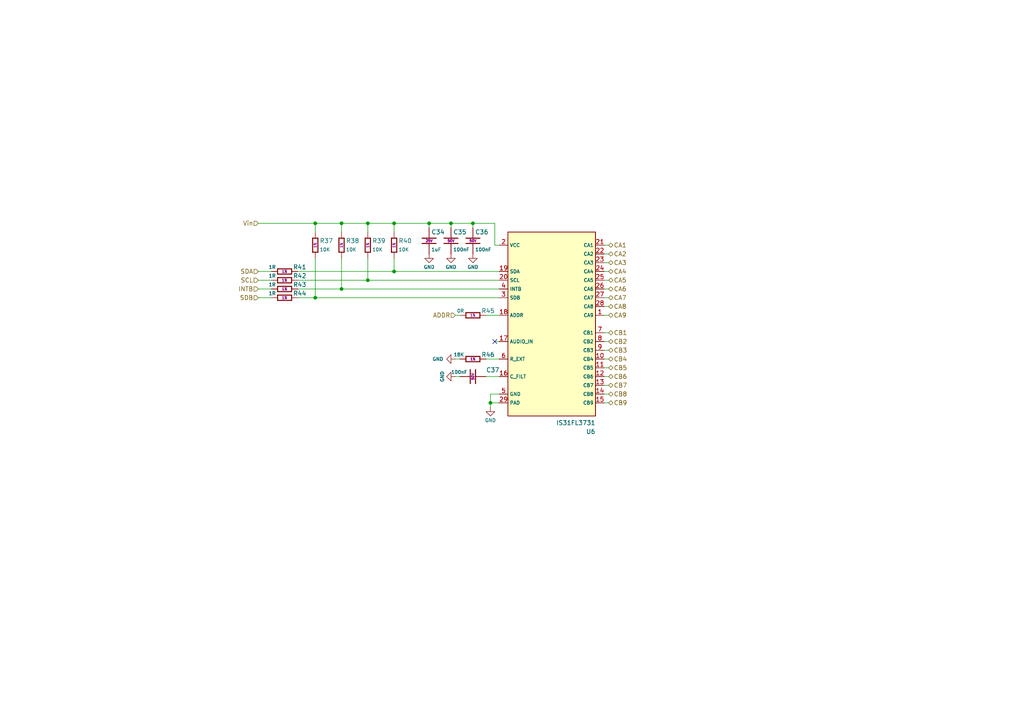
<source format=kicad_sch>
(kicad_sch (version 20211123) (generator eeschema)
  (paper "A4")
  (lib_symbols
    (symbol "CoE_Capacitor:100nF" (pin_numbers hide) (pin_names (offset 0.254) hide)
      (property "Reference" "C" (at 0.635 2.54 0))
      (property "Value" "100nF" (at 0.635 -2.54 0))
      (property "Voltage" "50V" (at 0 0 0))
      (symbol "100nF_1_1"
        (polyline (pts (xy -2.032 -0.762) (xy 2.032 -0.762)) (stroke (width 0.3048)) (fill (type outline)))
        (polyline (pts (xy -2.032 0.762) (xy 2.032 0.762)) (stroke (width 0.3048)) (fill (type outline)))
        (pin passive line (at 0 3.81 270) (length 2.9972) (name "~") (number "1"))
        (pin passive line (at 0 -3.81 90) (length 2.9972) (name "~") (number "2"))
      )
    )
    (symbol "CoE_Capacitor:1uF" (pin_numbers hide) (pin_names (offset 0.254) hide)
      (property "Reference" "C" (at 0.635 2.54 0))
      (property "Value" "1uF" (at 0.635 -2.54 0))
      (property "Voltage" "25V" (at 0 0 0))
      (symbol "1uF_1_1"
        (polyline (pts (xy -2.032 -0.762) (xy 2.032 -0.762)) (stroke (width 0.3048)) (fill (type outline)))
        (polyline (pts (xy -2.032 0.762) (xy 2.032 0.762)) (stroke (width 0.3048)) (fill (type outline)))
        (pin passive line (at 0 3.81 270) (length 2.9972) (name "~") (number "1"))
        (pin passive line (at 0 -3.81 90) (length 2.9972) (name "~") (number "2"))
      )
    )
    (symbol "CoE_IntegratedCircuit:IS31FL3731"
      (property "Reference" "U" (at 25.4 -53.34 0))
      (property "Value" "IS31FL3731" (at 25.4 -50.8 0))
      (property "Manufacturer Part #" "IS31FL3731-QFLS2-TR" (at 0 0 0))
      (property "JLCPCB Part #" "C191206" (at 0 0 0))
      (symbol "IS31FL3731_0_1"
        (rectangle (start 0 3.81) (end 25.4 -49.53) (stroke (width 0.254)) (fill (type background)))
      )
      (symbol "IS31FL3731_1_1"
        (pin passive line (at 27.94 -20.32 180) (length 2.54) (name "CA9") (number "1"))
        (pin passive line (at 27.94 -33.02 180) (length 2.54) (name "CB4") (number "10"))
        (pin passive line (at 27.94 -35.56 180) (length 2.54) (name "CB5") (number "11"))
        (pin passive line (at 27.94 -38.1 180) (length 2.54) (name "CB6") (number "12"))
        (pin passive line (at 27.94 -40.64 180) (length 2.54) (name "CB7") (number "13"))
        (pin passive line (at 27.94 -43.18 180) (length 2.54) (name "CB8") (number "14"))
        (pin passive line (at 27.94 -45.72 180) (length 2.54) (name "CB9") (number "15"))
        (pin input line (at -2.54 -38.1 0) (length 2.54) (name "C_FILT") (number "16"))
        (pin passive line (at -2.54 -27.94 0) (length 2.54) (name "AUDIO_IN") (number "17"))
        (pin input line (at -2.54 -20.32 0) (length 2.54) (name "ADDR") (number "18"))
        (pin bidirectional line (at -2.54 -7.62 0) (length 2.54) (name "SDA") (number "19"))
        (pin power_in line (at -2.54 0 0) (length 2.54) (name "VCC") (number "2"))
        (pin input line (at -2.54 -10.16 0) (length 2.54) (name "SCL") (number "20"))
        (pin passive line (at 27.94 0 180) (length 2.54) (name "CA1") (number "21"))
        (pin passive line (at 27.94 -2.54 180) (length 2.54) (name "CA2") (number "22"))
        (pin passive line (at 27.94 -5.08 180) (length 2.54) (name "CA3") (number "23"))
        (pin passive line (at 27.94 -7.62 180) (length 2.54) (name "CA4") (number "24"))
        (pin passive line (at 27.94 -10.16 180) (length 2.54) (name "CA5") (number "25"))
        (pin passive line (at 27.94 -12.7 180) (length 2.54) (name "CA6") (number "26"))
        (pin passive line (at 27.94 -15.24 180) (length 2.54) (name "CA7") (number "27"))
        (pin passive line (at 27.94 -17.78 180) (length 2.54) (name "CA8") (number "28"))
        (pin power_in line (at -2.54 -45.72 0) (length 2.54) (name "PAD") (number "29"))
        (pin input line (at -2.54 -15.24 0) (length 2.54) (name "SDB") (number "3"))
        (pin input line (at -2.54 -12.7 0) (length 2.54) (name "INTB") (number "4"))
        (pin power_in line (at -2.54 -43.18 0) (length 2.54) (name "GND") (number "5"))
        (pin passive line (at -2.54 -33.02 0) (length 2.54) (name "R_EXT") (number "6"))
        (pin passive line (at 27.94 -25.4 180) (length 2.54) (name "CB1") (number "7"))
        (pin passive line (at 27.94 -27.94 180) (length 2.54) (name "CB2") (number "8"))
        (pin passive line (at 27.94 -30.48 180) (length 2.54) (name "CB3") (number "9"))
      )
    )
    (symbol "CoE_Resistor:0R" (pin_numbers hide) (pin_names (offset 0.254) hide)
      (property "Reference" "R" (at 1.27 1.27 0))
      (property "Value" "0R" (at 1.27 -1.27 0))
      (property "Tolerance" "1%" (at 0 0 90))
      (symbol "0R_1_1"
        (polyline (pts (xy -0.762 -2.032) (xy -0.762 2.032)) (stroke (width 0.3048)) (fill (type outline)))
        (polyline (pts (xy 0.762 -2.032) (xy -0.762 -2.032)) (stroke (width 0.3048)) (fill (type outline)))
        (polyline (pts (xy 0.762 -2.032) (xy 0.762 2.032)) (stroke (width 0.3048)) (fill (type outline)))
        (polyline (pts (xy 0.762 2.032) (xy -0.762 2.032)) (stroke (width 0.3048)) (fill (type outline)))
        (pin passive line (at 0 3.81 270) (length 1.6002) (name "~") (number "1"))
        (pin passive line (at 0 -3.81 90) (length 1.6002) (name "~") (number "2"))
      )
    )
    (symbol "CoE_Resistor:10K" (pin_numbers hide) (pin_names (offset 0.254) hide)
      (property "Reference" "R" (at 1.27 1.27 0))
      (property "Value" "10K" (at 1.27 -1.27 0))
      (property "Tolerance" "1%" (at 0 0 90))
      (symbol "10K_1_1"
        (polyline (pts (xy -0.762 -2.032) (xy -0.762 2.032)) (stroke (width 0.3048)) (fill (type outline)))
        (polyline (pts (xy 0.762 -2.032) (xy -0.762 -2.032)) (stroke (width 0.3048)) (fill (type outline)))
        (polyline (pts (xy 0.762 -2.032) (xy 0.762 2.032)) (stroke (width 0.3048)) (fill (type outline)))
        (polyline (pts (xy 0.762 2.032) (xy -0.762 2.032)) (stroke (width 0.3048)) (fill (type outline)))
        (pin passive line (at 0 3.81 270) (length 1.6002) (name "~") (number "1"))
        (pin passive line (at 0 -3.81 90) (length 1.6002) (name "~") (number "2"))
      )
    )
    (symbol "CoE_Resistor:18K" (pin_numbers hide) (pin_names (offset 0.254) hide)
      (property "Reference" "R" (at 1.27 1.27 0))
      (property "Value" "18K" (at 1.27 -1.27 0))
      (property "Tolerance" "1%" (at 0 0 90))
      (symbol "18K_1_1"
        (polyline (pts (xy -0.762 -2.032) (xy -0.762 2.032)) (stroke (width 0.3048)) (fill (type outline)))
        (polyline (pts (xy 0.762 -2.032) (xy -0.762 -2.032)) (stroke (width 0.3048)) (fill (type outline)))
        (polyline (pts (xy 0.762 -2.032) (xy 0.762 2.032)) (stroke (width 0.3048)) (fill (type outline)))
        (polyline (pts (xy 0.762 2.032) (xy -0.762 2.032)) (stroke (width 0.3048)) (fill (type outline)))
        (pin passive line (at 0 3.81 270) (length 1.6002) (name "~") (number "1"))
        (pin passive line (at 0 -3.81 90) (length 1.6002) (name "~") (number "2"))
      )
    )
    (symbol "CoE_Resistor:1R" (pin_numbers hide) (pin_names (offset 0.254) hide)
      (property "Reference" "R" (at 1.27 1.27 0))
      (property "Value" "1R" (at 1.27 -1.27 0))
      (property "Tolerance" "1%" (at 0 0 90))
      (symbol "1R_1_1"
        (polyline (pts (xy -0.762 -2.032) (xy -0.762 2.032)) (stroke (width 0.3048)) (fill (type outline)))
        (polyline (pts (xy 0.762 -2.032) (xy -0.762 -2.032)) (stroke (width 0.3048)) (fill (type outline)))
        (polyline (pts (xy 0.762 -2.032) (xy 0.762 2.032)) (stroke (width 0.3048)) (fill (type outline)))
        (polyline (pts (xy 0.762 2.032) (xy -0.762 2.032)) (stroke (width 0.3048)) (fill (type outline)))
        (pin passive line (at 0 3.81 270) (length 1.6002) (name "~") (number "1"))
        (pin passive line (at 0 -3.81 90) (length 1.6002) (name "~") (number "2"))
      )
    )
    (symbol "power:GND" (power) (pin_names (offset 0))
      (property "Value" "GND" (at 0 -3.81 0))
      (symbol "GND_0_1"
        (polyline (pts (xy 0 0) (xy 0 -1.27) (xy 1.27 -1.27) (xy 0 -2.54) (xy -1.27 -1.27) (xy 0 -1.27)))
      )
      (symbol "GND_1_1"
        (pin power_in line (at 0 0 270) (length 0) hide (name "GND") (number "1"))
      )
    )
  )
  (junction (at 91.44 64.77))
  (junction (at 106.68 81.28))
  (junction (at 114.3 78.74))
  (junction (at 124.46 64.77))
  (junction (at 91.44 86.36))
  (junction (at 106.68 64.77))
  (junction (at 99.06 64.77))
  (junction (at 114.3 64.77))
  (junction (at 142.24 116.84))
  (junction (at 99.06 83.82))
  (junction (at 137.16 64.77))
  (junction (at 130.81 64.77))
  (no_connect (at 143.51 99.06))
  (wire (pts (xy 140.97 91.44) (xy 144.78 91.44)))
  (wire (pts (xy 142.24 118.11) (xy 142.24 116.84)))
  (wire (pts (xy 175.26 83.82) (xy 176.53 83.82)))
  (wire (pts (xy 144.78 114.3) (xy 142.24 114.3)))
  (wire (pts (xy 74.93 83.82) (xy 78.74 83.82)))
  (wire (pts (xy 86.36 81.28) (xy 106.68 81.28)))
  (wire (pts (xy 74.93 81.28) (xy 78.74 81.28)))
  (wire (pts (xy 91.44 64.77) (xy 99.06 64.77)))
  (wire (pts (xy 91.44 86.36) (xy 91.44 74.93)))
  (wire (pts (xy 99.06 83.82) (xy 99.06 74.93)))
  (wire (pts (xy 99.06 64.77) (xy 99.06 67.31)))
  (wire (pts (xy 137.16 64.77) (xy 130.81 64.77)))
  (wire (pts (xy 175.26 116.84) (xy 176.53 116.84)))
  (wire (pts (xy 175.26 88.9) (xy 176.53 88.9)))
  (wire (pts (xy 130.81 64.77) (xy 130.81 66.04)))
  (wire (pts (xy 175.26 106.68) (xy 176.53 106.68)))
  (wire (pts (xy 175.26 99.06) (xy 176.53 99.06)))
  (wire (pts (xy 114.3 64.77) (xy 114.3 67.31)))
  (wire (pts (xy 175.26 104.14) (xy 176.53 104.14)))
  (wire (pts (xy 143.51 99.06) (xy 144.78 99.06)))
  (wire (pts (xy 132.08 91.44) (xy 133.35 91.44)))
  (wire (pts (xy 106.68 64.77) (xy 106.68 67.31)))
  (wire (pts (xy 175.26 109.22) (xy 176.53 109.22)))
  (wire (pts (xy 143.51 71.12) (xy 144.78 71.12)))
  (wire (pts (xy 137.16 64.77) (xy 143.51 64.77)))
  (wire (pts (xy 130.81 64.77) (xy 124.46 64.77)))
  (wire (pts (xy 175.26 96.52) (xy 176.53 96.52)))
  (wire (pts (xy 114.3 64.77) (xy 124.46 64.77)))
  (wire (pts (xy 175.26 71.12) (xy 176.53 71.12)))
  (wire (pts (xy 144.78 81.28) (xy 106.68 81.28)))
  (wire (pts (xy 175.26 114.3) (xy 176.53 114.3)))
  (wire (pts (xy 99.06 64.77) (xy 106.68 64.77)))
  (wire (pts (xy 144.78 83.82) (xy 99.06 83.82)))
  (wire (pts (xy 175.26 91.44) (xy 176.53 91.44)))
  (wire (pts (xy 114.3 78.74) (xy 114.3 74.93)))
  (wire (pts (xy 175.26 86.36) (xy 176.53 86.36)))
  (wire (pts (xy 74.93 64.77) (xy 91.44 64.77)))
  (wire (pts (xy 74.93 78.74) (xy 78.74 78.74)))
  (wire (pts (xy 86.36 83.82) (xy 99.06 83.82)))
  (wire (pts (xy 142.24 116.84) (xy 144.78 116.84)))
  (wire (pts (xy 143.51 64.77) (xy 143.51 71.12)))
  (wire (pts (xy 86.36 78.74) (xy 114.3 78.74)))
  (wire (pts (xy 132.08 104.14) (xy 133.35 104.14)))
  (wire (pts (xy 140.97 109.22) (xy 144.78 109.22)))
  (wire (pts (xy 106.68 64.77) (xy 114.3 64.77)))
  (wire (pts (xy 132.08 109.22) (xy 133.35 109.22)))
  (wire (pts (xy 144.78 78.74) (xy 114.3 78.74)))
  (wire (pts (xy 124.46 64.77) (xy 124.46 66.04)))
  (wire (pts (xy 175.26 76.2) (xy 176.53 76.2)))
  (wire (pts (xy 175.26 78.74) (xy 176.53 78.74)))
  (wire (pts (xy 175.26 101.6) (xy 176.53 101.6)))
  (wire (pts (xy 175.26 73.66) (xy 176.53 73.66)))
  (wire (pts (xy 137.16 64.77) (xy 137.16 66.04)))
  (wire (pts (xy 142.24 114.3) (xy 142.24 116.84)))
  (wire (pts (xy 175.26 111.76) (xy 176.53 111.76)))
  (wire (pts (xy 106.68 81.28) (xy 106.68 74.93)))
  (wire (pts (xy 175.26 81.28) (xy 176.53 81.28)))
  (wire (pts (xy 86.36 86.36) (xy 91.44 86.36)))
  (wire (pts (xy 91.44 64.77) (xy 91.44 67.31)))
  (wire (pts (xy 144.78 86.36) (xy 91.44 86.36)))
  (wire (pts (xy 140.97 104.14) (xy 144.78 104.14)))
  (wire (pts (xy 74.93 86.36) (xy 78.74 86.36)))
  (hierarchical_label "CB3" (shape tri_state) (at 176.53 101.6 0))
  (hierarchical_label "CA7" (shape tri_state) (at 176.53 86.36 0))
  (hierarchical_label "CB2" (shape tri_state) (at 176.53 99.06 0))
  (hierarchical_label "CA6" (shape tri_state) (at 176.53 83.82 0))
  (hierarchical_label "CA4" (shape tri_state) (at 176.53 78.74 0))
  (hierarchical_label "ADDR" (shape input) (at 132.08 91.44 180))
  (hierarchical_label "SCL" (shape input) (at 74.93 81.28 180))
  (hierarchical_label "CB8" (shape tri_state) (at 176.53 114.3 0))
  (hierarchical_label "CB9" (shape tri_state) (at 176.53 116.84 0))
  (hierarchical_label "CB4" (shape tri_state) (at 176.53 104.14 0))
  (hierarchical_label "CA3" (shape tri_state) (at 176.53 76.2 0))
  (hierarchical_label "INTB" (shape input) (at 74.93 83.82 180))
  (hierarchical_label "SDB" (shape input) (at 74.93 86.36 180))
  (hierarchical_label "CA5" (shape tri_state) (at 176.53 81.28 0))
  (hierarchical_label "CB1" (shape tri_state) (at 176.53 96.52 0))
  (hierarchical_label "CA1" (shape tri_state) (at 176.53 71.12 0))
  (hierarchical_label "CA9" (shape tri_state) (at 176.53 91.44 0))
  (hierarchical_label "CB6" (shape tri_state) (at 176.53 109.22 0))
  (hierarchical_label "CB5" (shape tri_state) (at 176.53 106.68 0))
  (hierarchical_label "CA2" (shape tri_state) (at 176.53 73.66 0))
  (hierarchical_label "Vin" (shape input) (at 74.93 64.77 180))
  (hierarchical_label "SDA" (shape input) (at 74.93 78.74 180))
  (hierarchical_label "CA8" (shape tri_state) (at 176.53 88.9 0))
  (hierarchical_label "CB7" (shape tri_state) (at 176.53 111.76 0))
  (symbol (lib_id "CoE_Resistor:10K") (at 91.44 71.12 0)
    (property "Reference" "R37" (at 92.71 69.85 0) (effects (justify left)))
    (property "Value" "10K" (at 92.71 72.39 0) (effects (font (size 0.9906 0.9906)) (justify left)))
    (property "Footprint" "CoF_Resistor:R-0402" (effects hide))
    (property "Tolerance" "1%" (at 91.44 71.12 90) (effects (font (size 0.7112 0.7112))))
    (property "MFR. Part #" "0402WGF1002TCE" (effects hide))
    (property "JLCPCB Part #" "C25744" (effects hide))
  )
  (symbol (lib_id "CoE_Resistor:1R") (at 82.55 86.36 90)
    (property "Reference" "R44" (at 88.9 85.09 90) (effects (justify left)))
    (property "Value" "1R" (at 80.01 85.09 90) (effects (font (size 0.9906 0.9906)) (justify left)))
    (property "Footprint" "CoF_Resistor:R-0402" (effects hide))
    (property "Tolerance" "1%" (at 82.55 86.36 90) (effects (font (size 0.7112 0.7112))))
    (property "MFR. Part #" "0402WGF100KTCE" (effects hide))
    (property "JLCPCB Part #" "C25086" (effects hide))
  )
  (symbol (lib_id "CoE_Resistor:1R") (at 82.55 83.82 90)
    (property "Reference" "R43" (at 88.9 82.55 90) (effects (justify left)))
    (property "Value" "1R" (at 80.01 82.55 90) (effects (font (size 0.9906 0.9906)) (justify left)))
    (property "Footprint" "CoF_Resistor:R-0402" (effects hide))
    (property "Tolerance" "1%" (at 82.55 83.82 90) (effects (font (size 0.7112 0.7112))))
    (property "MFR. Part #" "0402WGF100KTCE" (effects hide))
    (property "JLCPCB Part #" "C25086" (effects hide))
  )
  (symbol (lib_id "CoE_Resistor:1R") (at 82.55 81.28 90)
    (property "Reference" "R42" (at 88.9 80.01 90) (effects (justify left)))
    (property "Value" "1R" (at 80.01 80.01 90) (effects (font (size 0.9906 0.9906)) (justify left)))
    (property "Footprint" "CoF_Resistor:R-0402" (effects hide))
    (property "Tolerance" "1%" (at 82.55 81.28 90) (effects (font (size 0.7112 0.7112))))
    (property "MFR. Part #" "0402WGF100KTCE" (effects hide))
    (property "JLCPCB Part #" "C25086" (effects hide))
  )
  (symbol (lib_id "CoE_Capacitor:100nF") (at 137.16 109.22 270)
    (property "Reference" "C37" (at 140.97 107.315 90) (effects (justify left)))
    (property "Value" "100nF" (at 130.81 107.95 90) (effects (font (size 0.9906 0.9906)) (justify left)))
    (property "Footprint" "CoF_Capacitor:C-0402" (effects hide))
    (property "Voltage" "50V" (at 137.16 109.22 0) (effects (font (size 0.7112 0.7112))))
    (property "MFR. Part #" "CL05B104KB54PNC" (effects hide))
    (property "JLCPCB Part #" "C307331" (effects hide))
  )
  (symbol (lib_id "CoE_Capacitor:100nF") (at 137.16 69.85 0)
    (property "Reference" "C36" (at 137.795 67.31 0) (effects (justify left)))
    (property "Value" "100nF" (at 137.795 72.39 0) (effects (font (size 0.9906 0.9906)) (justify left)))
    (property "Footprint" "CoF_Capacitor:C-0402" (effects hide))
    (property "Voltage" "50V" (at 137.16 69.85 0) (effects (font (size 0.7112 0.7112))))
    (property "MFR. Part #" "CL05B104KB54PNC" (effects hide))
    (property "JLCPCB Part #" "C307331" (effects hide))
  )
  (symbol (lib_id "CoE_Resistor:10K") (at 114.3 71.12 0)
    (property "Reference" "R40" (at 115.57 69.85 0) (effects (justify left)))
    (property "Value" "10K" (at 115.57 72.39 0) (effects (font (size 0.9906 0.9906)) (justify left)))
    (property "Footprint" "CoF_Resistor:R-0402" (effects hide))
    (property "Tolerance" "1%" (at 114.3 71.12 90) (effects (font (size 0.7112 0.7112))))
    (property "MFR. Part #" "0402WGF1002TCE" (effects hide))
    (property "JLCPCB Part #" "C25744" (effects hide))
  )
  (symbol (lib_id "power:GND") (at 137.16 73.66 0)
    (property "Reference" "#PWR064" (effects hide))
    (property "Value" "GND" (at 137.16 77.47 0) (effects (font (size 1 1))))
  )
  (symbol (lib_id "power:GND") (at 132.08 109.22 270)
    (property "Reference" "#PWR066" (effects hide))
    (property "Value" "GND" (at 128.27 109.22 0) (effects (font (size 1 1))))
  )
  (symbol (lib_id "CoE_Resistor:10K") (at 106.68 71.12 0)
    (property "Reference" "R39" (at 107.95 69.85 0) (effects (justify left)))
    (property "Value" "10K" (at 107.95 72.39 0) (effects (font (size 0.9906 0.9906)) (justify left)))
    (property "Footprint" "CoF_Resistor:R-0402" (effects hide))
    (property "Tolerance" "1%" (at 106.68 71.12 90) (effects (font (size 0.7112 0.7112))))
    (property "MFR. Part #" "0402WGF1002TCE" (effects hide))
    (property "JLCPCB Part #" "C25744" (effects hide))
  )
  (symbol (lib_id "power:GND") (at 124.46 73.66 0)
    (property "Reference" "#PWR062" (effects hide))
    (property "Value" "GND" (at 124.46 77.47 0) (effects (font (size 1 1))))
  )
  (symbol (lib_id "power:GND") (at 132.08 104.14 270)
    (property "Reference" "#PWR065" (effects hide))
    (property "Value" "GND" (at 127 104.14 90) (effects (font (size 1 1))))
  )
  (symbol (lib_id "CoE_Resistor:10K") (at 99.06 71.12 0)
    (property "Reference" "R38" (at 100.33 69.85 0) (effects (justify left)))
    (property "Value" "10K" (at 100.33 72.39 0) (effects (font (size 0.9906 0.9906)) (justify left)))
    (property "Footprint" "CoF_Resistor:R-0402" (effects hide))
    (property "Tolerance" "1%" (at 99.06 71.12 90) (effects (font (size 0.7112 0.7112))))
    (property "MFR. Part #" "0402WGF1002TCE" (effects hide))
    (property "JLCPCB Part #" "C25744" (effects hide))
  )
  (symbol (lib_id "CoE_Resistor:18K") (at 137.16 104.14 90)
    (property "Reference" "R46" (at 143.51 102.87 90) (effects (justify left)))
    (property "Value" "18K" (at 134.62 102.87 90) (effects (font (size 0.9906 0.9906)) (justify left)))
    (property "Footprint" "CoF_Resistor:R-0402" (effects hide))
    (property "Tolerance" "1%" (at 137.16 104.14 90) (effects (font (size 0.7112 0.7112))))
    (property "MFR. Part #" "0402WGF1802TCE" (effects hide))
    (property "JLCPCB Part #" "C25762" (effects hide))
  )
  (symbol (lib_id "CoE_Resistor:1R") (at 82.55 78.74 90)
    (property "Reference" "R41" (at 88.9 77.47 90) (effects (justify left)))
    (property "Value" "1R" (at 80.01 77.47 90) (effects (font (size 0.9906 0.9906)) (justify left)))
    (property "Footprint" "CoF_Resistor:R-0402" (effects hide))
    (property "Tolerance" "1%" (at 82.55 78.74 90) (effects (font (size 0.7112 0.7112))))
    (property "MFR. Part #" "0402WGF100KTCE" (effects hide))
    (property "JLCPCB Part #" "C25086" (effects hide))
  )
  (symbol (lib_id "CoE_Resistor:0R") (at 137.16 91.44 90)
    (property "Reference" "R45" (at 143.51 90.17 90) (effects (justify left)))
    (property "Value" "0R" (at 134.62 90.17 90) (effects (font (size 0.9906 0.9906)) (justify left)))
    (property "Footprint" "CoF_Resistor:R-0402" (effects hide))
    (property "Tolerance" "1%" (at 137.16 91.44 90) (effects (font (size 0.7112 0.7112))))
    (property "MFR. Part #" "0402WGF0000TCE" (effects hide))
    (property "JLCPCB Part #" "C17168" (effects hide))
  )
  (symbol (lib_id "CoE_IntegratedCircuit:IS31FL3731") (at 147.32 71.12 0)
    (property "Reference" "U6" (at 172.72 124.46 0) (effects (justify right top)))
    (property "Value" "IS31FL3731" (at 172.72 121.92 0) (effects (justify right top)))
    (property "Footprint" "CoF_QuadFlat:QFN-28-EP" (effects hide))
    (property "Datasheet" "http://www.issi.com/WW/pdf/31FL3731.pdf" (effects hide))
    (property "Manufacturer Part #" "IS31FL3731-QFLS2-TR" (effects hide))
    (property "JLCPCB Part #" "C191206" (effects hide))
  )
  (symbol (lib_id "CoE_Capacitor:1uF") (at 124.46 69.85 0)
    (property "Reference" "C34" (at 125.095 67.31 0) (effects (justify left)))
    (property "Value" "1uF" (at 125.095 72.39 0) (effects (font (size 0.9906 0.9906)) (justify left)))
    (property "Footprint" "CoF_Capacitor:C-0402" (effects hide))
    (property "Voltage" "25V" (at 124.46 69.85 0) (effects (font (size 0.7112 0.7112))))
    (property "MFR. Part #" "CL05A105KA5NQNC" (effects hide))
    (property "JLCPCB Part #" "C52923" (effects hide))
  )
  (symbol (lib_id "power:GND") (at 130.81 73.66 0)
    (property "Reference" "#PWR063" (effects hide))
    (property "Value" "GND" (at 130.81 77.47 0) (effects (font (size 1 1))))
  )
  (symbol (lib_id "CoE_Capacitor:100nF") (at 130.81 69.85 0)
    (property "Reference" "C35" (at 131.445 67.31 0) (effects (justify left)))
    (property "Value" "100nF" (at 131.445 72.39 0) (effects (font (size 0.9906 0.9906)) (justify left)))
    (property "Footprint" "CoF_Capacitor:C-0402" (effects hide))
    (property "Voltage" "50V" (at 130.81 69.85 0) (effects (font (size 0.7112 0.7112))))
    (property "MFR. Part #" "CL05B104KB54PNC" (effects hide))
    (property "JLCPCB Part #" "C307331" (effects hide))
  )
  (symbol (lib_id "power:GND") (at 142.24 118.11 0)
    (property "Reference" "#PWR067" (effects hide))
    (property "Value" "GND" (at 142.24 121.92 0) (effects (font (size 1 1))))
  )
)
</source>
